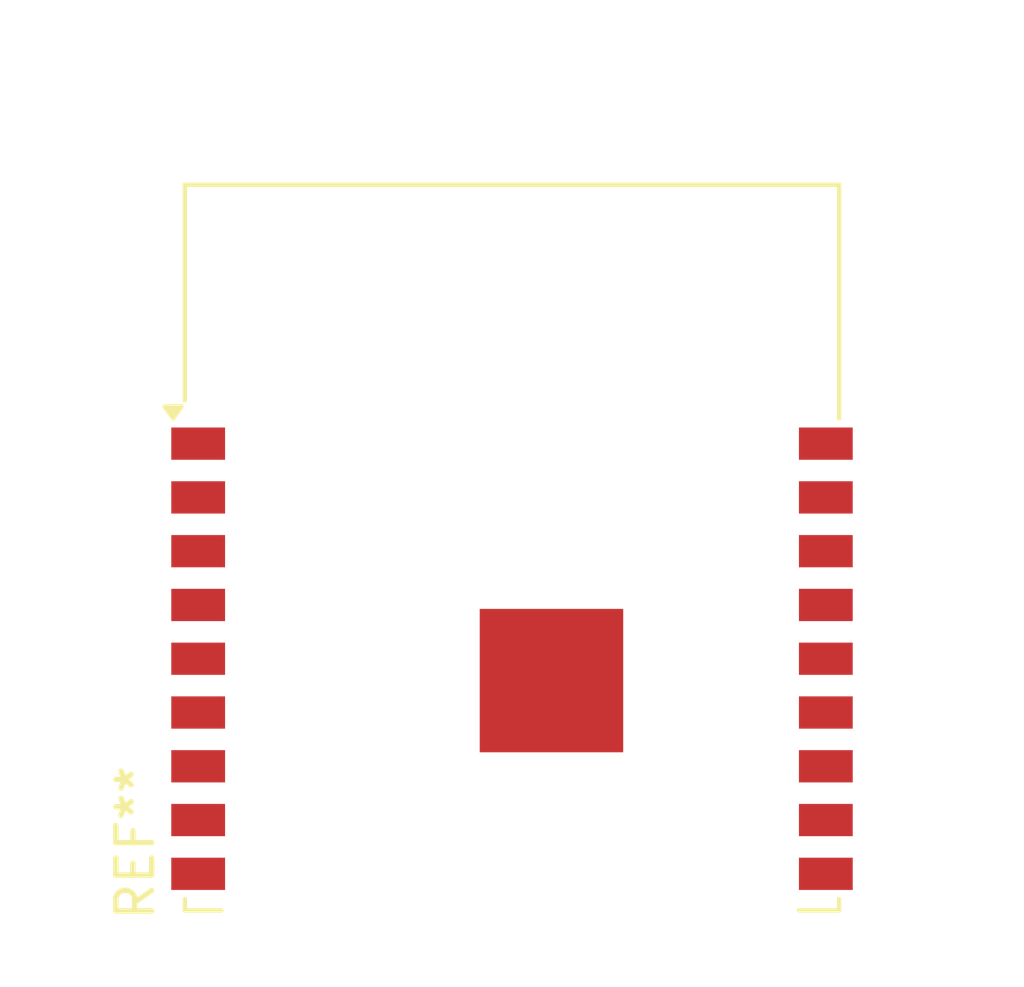
<source format=kicad_pcb>
(kicad_pcb (version 20241229) (generator "pcbnew") (generator_version "9.0")
  (layers (0 "F.Cu" signal) (2 "B.Cu" signal) (13 "F.Paste" user) (15 "B.Paste" user) (5 "F.SilkS" user "F.Silkscreen") (7 "B.SilkS" user "B.Silkscreen") (1 "F.Mask" user) (3 "B.Mask" user) (25 "Edge.Cuts" user))
  (net 0 "")
  (footprint "RF_Module:ESP-WROOM-02" (layer "F.Cu") (at 151 102)
    (property "Reference" "REF**" (at -10.5 5.13 90) (layer "F.SilkS"))
    (property "Value" "ESP-WROOM-02")
    (fp_line (start -9.12 -13.22) (end -9.12 -7.2) (stroke (width 0.12)) (layer "F.SilkS"))
    (fp_line (start -9.12 -13.22) (end 9.12 -13.22) (stroke (width 0.12)) (layer "F.SilkS"))
    (fp_line (start -9.12 6.7) (end -9.12 7.02) (stroke (width 0.12)) (layer "F.SilkS"))
    (fp_line (start -9.12 7.02) (end -8.1 7.02) (stroke (width 0.12)) (layer "F.SilkS"))
    (fp_line (start 8 7.02) (end 9.12 7.02) (stroke (width 0.12)) (layer "F.SilkS"))
    (fp_line (start 9.12 -13.22) (end 9.12 -6.7) (stroke (width 0.12)) (layer "F.SilkS"))
    (fp_line (start 9.12 6.7) (end 9.12 7) (stroke (width 0.12)) (layer "F.SilkS"))
    (fp_poly (pts (xy -9.45 -6.7) (xy -9.69 -7.036) (xy -9.21 -7.036) (xy -9.45 -6.7)) (stroke (width 0.12)) (fill yes) (layer "F.SilkS"))
    (pad "1" smd rect (at -8.75 -6) (size 1.5 0.9) (layers "F.Cu" "F.Mask" "F.Paste"))
    (pad "2" smd rect (at -8.75 -4.5) (size 1.5 0.9) (layers "F.Cu" "F.Mask" "F.Paste"))
    (pad "3" smd rect (at -8.75 -3) (size 1.5 0.9) (layers "F.Cu" "F.Mask" "F.Paste"))
    (pad "4" smd rect (at -8.75 -1.5) (size 1.5 0.9) (layers "F.Cu" "F.Mask" "F.Paste"))
    (pad "5" smd rect (at -8.75 0) (size 1.5 0.9) (layers "F.Cu" "F.Mask" "F.Paste"))
    (pad "6" smd rect (at -8.75 1.5) (size 1.5 0.9) (layers "F.Cu" "F.Mask" "F.Paste"))
    (pad "7" smd rect (at -8.75 3) (size 1.5 0.9) (layers "F.Cu" "F.Mask" "F.Paste"))
    (pad "8" smd rect (at -8.75 4.5) (size 1.5 0.9) (layers "F.Cu" "F.Mask" "F.Paste"))
    (pad "9" smd rect (at -8.75 6) (size 1.5 0.9) (layers "F.Cu" "F.Mask" "F.Paste"))
    (pad "10" smd rect (at 8.75 6) (size 1.5 0.9) (layers "F.Cu" "F.Mask" "F.Paste"))
    (pad "11" smd rect (at 8.75 4.5) (size 1.5 0.9) (layers "F.Cu" "F.Mask" "F.Paste"))
    (pad "12" smd rect (at 8.75 3) (size 1.5 0.9) (layers "F.Cu" "F.Mask" "F.Paste"))
    (pad "13" smd rect (at 8.75 1.5) (size 1.5 0.9) (layers "F.Cu" "F.Mask" "F.Paste"))
    (pad "14" smd rect (at 8.75 0) (size 1.5 0.9) (layers "F.Cu" "F.Mask" "F.Paste"))
    (pad "15" smd rect (at 8.75 -1.5) (size 1.5 0.9) (layers "F.Cu" "F.Mask" "F.Paste"))
    (pad "16" smd rect (at 8.75 -3) (size 1.5 0.9) (layers "F.Cu" "F.Mask" "F.Paste"))
    (pad "17" smd rect (at 8.75 -4.5) (size 1.5 0.9) (layers "F.Cu" "F.Mask" "F.Paste"))
    (pad "18" smd rect (at 8.75 -6) (size 1.5 0.9) (layers "F.Cu" "F.Mask" "F.Paste"))
    (pad "19" smd rect (at 1.1 0.61) (size 4 4) (layers "F.Cu" "F.Mask" "F.Paste"))
  )
)
</source>
